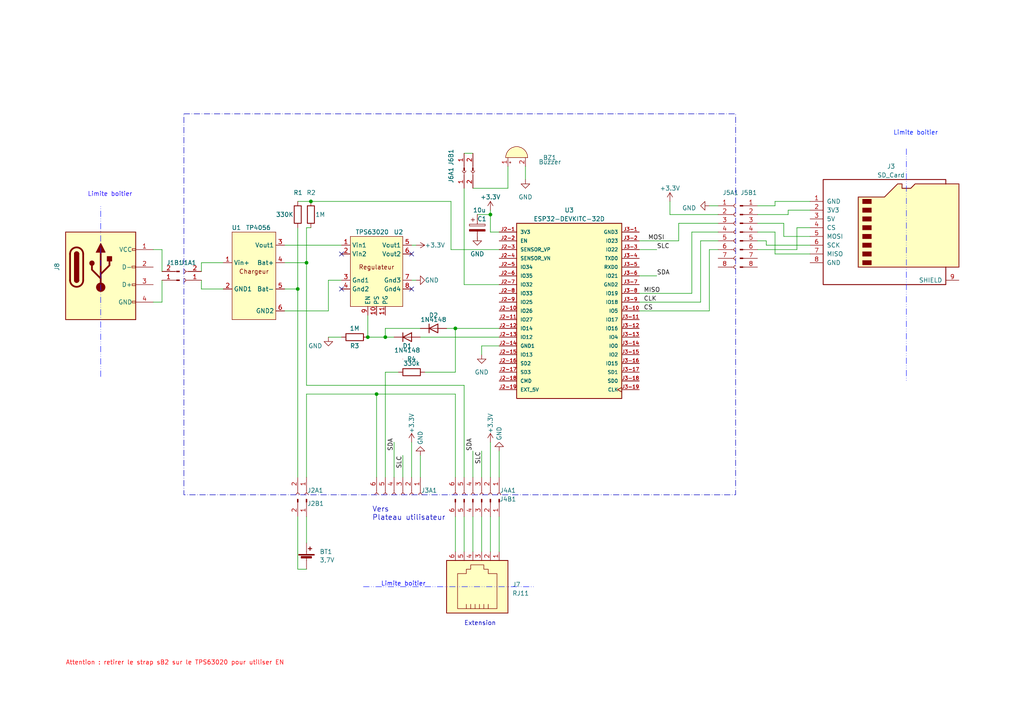
<source format=kicad_sch>
(kicad_sch (version 20230121) (generator eeschema)
  (paper "A4")
  (title_block (title " INTERFACE ADAPTATIVE - Base") (date "2023-03-24") (company "HumanLab"))
  (lib_symbols
    (symbol "Connector:6P6C" (pin_names (offset 1.016))
      (property "Reference" "J" (at -5.08 11.43 0))
      (property "Value" "6P6C" (at 2.54 11.43 0))
      (symbol "6P6C_0_1"
        (polyline (pts (xy -6.35 -1.905) (xy -5.08 -1.905) (xy -5.08 -1.905)))
        (polyline (pts (xy -6.35 -0.635) (xy -5.08 -0.635) (xy -5.08 -0.635)))
        (polyline (pts (xy -6.35 0.635) (xy -5.08 0.635) (xy -5.08 0.635)))
        (polyline (pts (xy -6.35 1.905) (xy -5.08 1.905) (xy -5.08 1.905)))
        (polyline (pts (xy -6.35 3.175) (xy -5.08 3.175) (xy -5.08 3.175)))
        (polyline (pts (xy -5.08 4.445) (xy -6.35 4.445) (xy -6.35 4.445)))
        (polyline (pts (xy -6.35 -4.445) (xy -6.35 6.985) (xy 3.81 6.985) (xy 3.81 4.445) (xy 5.08 4.445) (xy 5.08 3.175) (xy 6.35 3.175) (xy 6.35 -0.635) (xy 5.08 -0.635) (xy 5.08 -1.905) (xy 3.81 -1.905) (xy 3.81 -4.445) (xy -6.35 -4.445) (xy -6.35 -4.445)))
        (rectangle (start 7.62 10.16) (end -7.62 -7.62) (stroke (width 0.254)) (fill (type background)))
      )
      (symbol "6P6C_1_1"
        (pin passive line (at 10.16 -5.08 180) (length 2.54) (name "~") (number "1"))
        (pin passive line (at 10.16 -2.54 180) (length 2.54) (name "~") (number "2"))
        (pin passive line (at 10.16 0 180) (length 2.54) (name "~") (number "3"))
        (pin passive line (at 10.16 2.54 180) (length 2.54) (name "~") (number "4"))
        (pin passive line (at 10.16 5.08 180) (length 2.54) (name "~") (number "5"))
        (pin passive line (at 10.16 7.62 180) (length 2.54) (name "~") (number "6"))
      )
    )
    (symbol "Connector:Conn_01x02_Pin" (pin_names (offset 1.016) hide)
      (property "Reference" "J" (at 0 2.54 0))
      (property "Value" "Conn_01x02_Pin" (at 0 -5.08 0))
      (symbol "Conn_01x02_Pin_1_1"
        (polyline (pts (xy 1.27 -2.54) (xy 0.8636 -2.54)) (stroke (width 0.1524)))
        (polyline (pts (xy 1.27 0) (xy 0.8636 0)) (stroke (width 0.1524)))
        (rectangle (start 0.8636 -2.413) (end 0 -2.667) (stroke (width 0.1524)) (fill (type outline)))
        (rectangle (start 0.8636 0.127) (end 0 -0.127) (stroke (width 0.1524)) (fill (type outline)))
        (pin passive line (at 5.08 0 180) (length 3.81) (name "Pin_1") (number "1"))
        (pin passive line (at 5.08 -2.54 180) (length 3.81) (name "Pin_2") (number "2"))
      )
    )
    (symbol "Connector:Conn_01x02_Socket" (pin_names (offset 1.016) hide)
      (property "Reference" "J" (at 0 2.54 0))
      (property "Value" "Conn_01x02_Socket" (at 0 -5.08 0))
      (symbol "Conn_01x02_Socket_1_1"
        (arc (start 0 -2.032) (mid -0.5058 -2.54) (end 0 -3.048) (stroke (width 0.1524)))
        (polyline (pts (xy -1.27 -2.54) (xy -0.508 -2.54)) (stroke (width 0.1524)))
        (polyline (pts (xy -1.27 0) (xy -0.508 0)) (stroke (width 0.1524)))
        (arc (start 0 0.508) (mid -0.5058 0) (end 0 -0.508) (stroke (width 0.1524)))
        (pin passive line (at -5.08 0 0) (length 3.81) (name "Pin_1") (number "1"))
        (pin passive line (at -5.08 -2.54 0) (length 3.81) (name "Pin_2") (number "2"))
      )
    )
    (symbol "Connector:Conn_01x06_Pin" (pin_names (offset 1.016) hide)
      (property "Reference" "J" (at 0 7.62 0))
      (property "Value" "Conn_01x06_Pin" (at 0 -10.16 0))
      (symbol "Conn_01x06_Pin_1_1"
        (polyline (pts (xy 1.27 -7.62) (xy 0.8636 -7.62)) (stroke (width 0.1524)))
        (polyline (pts (xy 1.27 -5.08) (xy 0.8636 -5.08)) (stroke (width 0.1524)))
        (polyline (pts (xy 1.27 -2.54) (xy 0.8636 -2.54)) (stroke (width 0.1524)))
        (polyline (pts (xy 1.27 0) (xy 0.8636 0)) (stroke (width 0.1524)))
        (polyline (pts (xy 1.27 2.54) (xy 0.8636 2.54)) (stroke (width 0.1524)))
        (polyline (pts (xy 1.27 5.08) (xy 0.8636 5.08)) (stroke (width 0.1524)))
        (rectangle (start 0.8636 -7.493) (end 0 -7.747) (stroke (width 0.1524)) (fill (type outline)))
        (rectangle (start 0.8636 -4.953) (end 0 -5.207) (stroke (width 0.1524)) (fill (type outline)))
        (rectangle (start 0.8636 -2.413) (end 0 -2.667) (stroke (width 0.1524)) (fill (type outline)))
        (rectangle (start 0.8636 0.127) (end 0 -0.127) (stroke (width 0.1524)) (fill (type outline)))
        (rectangle (start 0.8636 2.667) (end 0 2.413) (stroke (width 0.1524)) (fill (type outline)))
        (rectangle (start 0.8636 5.207) (end 0 4.953) (stroke (width 0.1524)) (fill (type outline)))
        (pin passive line (at 5.08 5.08 180) (length 3.81) (name "Pin_1") (number "1"))
        (pin passive line (at 5.08 2.54 180) (length 3.81) (name "Pin_2") (number "2"))
        (pin passive line (at 5.08 0 180) (length 3.81) (name "Pin_3") (number "3"))
        (pin passive line (at 5.08 -2.54 180) (length 3.81) (name "Pin_4") (number "4"))
        (pin passive line (at 5.08 -5.08 180) (length 3.81) (name "Pin_5") (number "5"))
        (pin passive line (at 5.08 -7.62 180) (length 3.81) (name "Pin_6") (number "6"))
      )
    )
    (symbol "Connector:Conn_01x06_Socket" (pin_names (offset 1.016) hide)
      (property "Reference" "J" (at 0 7.62 0))
      (property "Value" "Conn_01x06_Socket" (at 0 -10.16 0))
      (symbol "Conn_01x06_Socket_1_1"
        (arc (start 0 -7.112) (mid -0.5058 -7.62) (end 0 -8.128) (stroke (width 0.1524)))
        (arc (start 0 -4.572) (mid -0.5058 -5.08) (end 0 -5.588) (stroke (width 0.1524)))
        (arc (start 0 -2.032) (mid -0.5058 -2.54) (end 0 -3.048) (stroke (width 0.1524)))
        (polyline (pts (xy -1.27 -7.62) (xy -0.508 -7.62)) (stroke (width 0.1524)))
        (polyline (pts (xy -1.27 -5.08) (xy -0.508 -5.08)) (stroke (width 0.1524)))
        (polyline (pts (xy -1.27 -2.54) (xy -0.508 -2.54)) (stroke (width 0.1524)))
        (polyline (pts (xy -1.27 0) (xy -0.508 0)) (stroke (width 0.1524)))
        (polyline (pts (xy -1.27 2.54) (xy -0.508 2.54)) (stroke (width 0.1524)))
        (polyline (pts (xy -1.27 5.08) (xy -0.508 5.08)) (stroke (width 0.1524)))
        (arc (start 0 0.508) (mid -0.5058 0) (end 0 -0.508) (stroke (width 0.1524)))
        (arc (start 0 3.048) (mid -0.5058 2.54) (end 0 2.032) (stroke (width 0.1524)))
        (arc (start 0 5.588) (mid -0.5058 5.08) (end 0 4.572) (stroke (width 0.1524)))
        (pin passive line (at -5.08 5.08 0) (length 3.81) (name "Pin_1") (number "1"))
        (pin passive line (at -5.08 2.54 0) (length 3.81) (name "Pin_2") (number "2"))
        (pin passive line (at -5.08 0 0) (length 3.81) (name "Pin_3") (number "3"))
        (pin passive line (at -5.08 -2.54 0) (length 3.81) (name "Pin_4") (number "4"))
        (pin passive line (at -5.08 -5.08 0) (length 3.81) (name "Pin_5") (number "5"))
        (pin passive line (at -5.08 -7.62 0) (length 3.81) (name "Pin_6") (number "6"))
      )
    )
    (symbol "Connector:Conn_01x08_Pin" (pin_names (offset 1.016) hide)
      (property "Reference" "J" (at 0 10.16 0))
      (property "Value" "Conn_01x08_Pin" (at 0 -12.7 0))
      (symbol "Conn_01x08_Pin_1_1"
        (polyline (pts (xy 1.27 -10.16) (xy 0.8636 -10.16)) (stroke (width 0.1524)))
        (polyline (pts (xy 1.27 -7.62) (xy 0.8636 -7.62)) (stroke (width 0.1524)))
        (polyline (pts (xy 1.27 -5.08) (xy 0.8636 -5.08)) (stroke (width 0.1524)))
        (polyline (pts (xy 1.27 -2.54) (xy 0.8636 -2.54)) (stroke (width 0.1524)))
        (polyline (pts (xy 1.27 0) (xy 0.8636 0)) (stroke (width 0.1524)))
        (polyline (pts (xy 1.27 2.54) (xy 0.8636 2.54)) (stroke (width 0.1524)))
        (polyline (pts (xy 1.27 5.08) (xy 0.8636 5.08)) (stroke (width 0.1524)))
        (polyline (pts (xy 1.27 7.62) (xy 0.8636 7.62)) (stroke (width 0.1524)))
        (rectangle (start 0.8636 -10.033) (end 0 -10.287) (stroke (width 0.1524)) (fill (type outline)))
        (rectangle (start 0.8636 -7.493) (end 0 -7.747) (stroke (width 0.1524)) (fill (type outline)))
        (rectangle (start 0.8636 -4.953) (end 0 -5.207) (stroke (width 0.1524)) (fill (type outline)))
        (rectangle (start 0.8636 -2.413) (end 0 -2.667) (stroke (width 0.1524)) (fill (type outline)))
        (rectangle (start 0.8636 0.127) (end 0 -0.127) (stroke (width 0.1524)) (fill (type outline)))
        (rectangle (start 0.8636 2.667) (end 0 2.413) (stroke (width 0.1524)) (fill (type outline)))
        (rectangle (start 0.8636 5.207) (end 0 4.953) (stroke (width 0.1524)) (fill (type outline)))
        (rectangle (start 0.8636 7.747) (end 0 7.493) (stroke (width 0.1524)) (fill (type outline)))
        (pin passive line (at 5.08 7.62 180) (length 3.81) (name "Pin_1") (number "1"))
        (pin passive line (at 5.08 5.08 180) (length 3.81) (name "Pin_2") (number "2"))
        (pin passive line (at 5.08 2.54 180) (length 3.81) (name "Pin_3") (number "3"))
        (pin passive line (at 5.08 0 180) (length 3.81) (name "Pin_4") (number "4"))
        (pin passive line (at 5.08 -2.54 180) (length 3.81) (name "Pin_5") (number "5"))
        (pin passive line (at 5.08 -5.08 180) (length 3.81) (name "Pin_6") (number "6"))
        (pin passive line (at 5.08 -7.62 180) (length 3.81) (name "Pin_7") (number "7"))
        (pin passive line (at 5.08 -10.16 180) (length 3.81) (name "Pin_8") (number "8"))
      )
    )
    (symbol "Connector:Conn_01x08_Socket" (pin_names (offset 1.016) hide)
      (property "Reference" "J" (at 0 10.16 0))
      (property "Value" "Conn_01x08_Socket" (at 0 -12.7 0))
      (symbol "Conn_01x08_Socket_1_1"
        (arc (start 0 -9.652) (mid -0.5058 -10.16) (end 0 -10.668) (stroke (width 0.1524)))
        (arc (start 0 -7.112) (mid -0.5058 -7.62) (end 0 -8.128) (stroke (width 0.1524)))
        (arc (start 0 -4.572) (mid -0.5058 -5.08) (end 0 -5.588) (stroke (width 0.1524)))
        (arc (start 0 -2.032) (mid -0.5058 -2.54) (end 0 -3.048) (stroke (width 0.1524)))
        (polyline (pts (xy -1.27 -10.16) (xy -0.508 -10.16)) (stroke (width 0.1524)))
        (polyline (pts (xy -1.27 -7.62) (xy -0.508 -7.62)) (stroke (width 0.1524)))
        (polyline (pts (xy -1.27 -5.08) (xy -0.508 -5.08)) (stroke (width 0.1524)))
        (polyline (pts (xy -1.27 -2.54) (xy -0.508 -2.54)) (stroke (width 0.1524)))
        (polyline (pts (xy -1.27 0) (xy -0.508 0)) (stroke (width 0.1524)))
        (polyline (pts (xy -1.27 2.54) (xy -0.508 2.54)) (stroke (width 0.1524)))
        (polyline (pts (xy -1.27 5.08) (xy -0.508 5.08)) (stroke (width 0.1524)))
        (polyline (pts (xy -1.27 7.62) (xy -0.508 7.62)) (stroke (width 0.1524)))
        (arc (start 0 0.508) (mid -0.5058 0) (end 0 -0.508) (stroke (width 0.1524)))
        (arc (start 0 3.048) (mid -0.5058 2.54) (end 0 2.032) (stroke (width 0.1524)))
        (arc (start 0 5.588) (mid -0.5058 5.08) (end 0 4.572) (stroke (width 0.1524)))
        (arc (start 0 8.128) (mid -0.5058 7.62) (end 0 7.112) (stroke (width 0.1524)))
        (pin passive line (at -5.08 7.62 0) (length 3.81) (name "Pin_1") (number "1"))
        (pin passive line (at -5.08 5.08 0) (length 3.81) (name "Pin_2") (number "2"))
        (pin passive line (at -5.08 2.54 0) (length 3.81) (name "Pin_3") (number "3"))
        (pin passive line (at -5.08 0 0) (length 3.81) (name "Pin_4") (number "4"))
        (pin passive line (at -5.08 -2.54 0) (length 3.81) (name "Pin_5") (number "5"))
        (pin passive line (at -5.08 -5.08 0) (length 3.81) (name "Pin_6") (number "6"))
        (pin passive line (at -5.08 -7.62 0) (length 3.81) (name "Pin_7") (number "7"))
        (pin passive line (at -5.08 -10.16 0) (length 3.81) (name "Pin_8") (number "8"))
      )
    )
    (symbol "Connector:Micro_SD_Card" (pin_names (offset 1.016))
      (property "Reference" "J1" (at 0.635 17.78 0))
      (property "Value" "Micro_SD_Card" (at 0.635 15.24 0))
      (symbol "Micro_SD_Card_0_1"
        (rectangle (start -7.62 -9.525) (end -5.08 -10.795) (fill (type outline)))
        (rectangle (start -7.62 -6.985) (end -5.08 -8.255) (fill (type outline)))
        (rectangle (start -7.62 -4.445) (end -5.08 -5.715) (fill (type outline)))
        (rectangle (start -7.62 -1.905) (end -5.08 -3.175) (fill (type outline)))
        (rectangle (start -7.62 0.635) (end -5.08 -0.635) (fill (type outline)))
        (rectangle (start -7.62 3.175) (end -5.08 1.905) (fill (type outline)))
        (rectangle (start -7.62 5.715) (end -5.08 4.445) (fill (type outline)))
        (rectangle (start -7.62 8.255) (end -5.08 6.985) (fill (type outline)))
        (polyline (pts (xy 16.51 12.7) (xy 16.51 13.97) (xy -19.05 13.97) (xy -19.05 -16.51) (xy 16.51 -16.51) (xy 16.51 -11.43)) (stroke (width 0.254)))
        (polyline (pts (xy -8.89 -11.43) (xy -8.89 8.89) (xy -1.27 8.89) (xy 2.54 12.7) (xy 3.81 12.7) (xy 3.81 11.43) (xy 6.35 11.43) (xy 7.62 12.7) (xy 20.32 12.7) (xy 20.32 -11.43) (xy -8.89 -11.43)) (stroke (width 0.254)) (fill (type background)))
      )
      (symbol "Micro_SD_Card_1_1"
        (pin power_in line (at -22.86 7.62 0) (length 3.81) (name "GND") (number "1"))
        (pin power_in line (at -22.86 5.08 0) (length 3.81) (name "3V3") (number "2"))
        (pin power_in line (at -22.86 2.54 0) (length 3.81) (name "5V") (number "3"))
        (pin input line (at -22.86 0 0) (length 3.81) (name "CS") (number "4"))
        (pin bidirectional line (at -22.86 -2.54 0) (length 3.81) (name "MOSI") (number "5"))
        (pin input line (at -22.86 -5.08 0) (length 3.81) (name "SCK") (number "6"))
        (pin bidirectional line (at -22.86 -7.62 0) (length 3.81) (name "MISO") (number "7"))
        (pin power_in line (at -22.86 -10.16 0) (length 3.81) (name "GND") (number "8"))
        (pin passive line (at 20.32 -15.24 180) (length 3.81) (name "SHIELD") (number "9"))
      )
    )
    (symbol "Connector:USB_C_Receptacle_PowerOnly_6P" (pin_names (offset 1.016)) (on_board no)
      (property "Reference" "J3" (at 0 16.51 0))
      (property "Value" "USB_C_Receptacle_PowerOnly_4P" (at 0 13.97 0))
      (symbol "USB_C_Receptacle_PowerOnly_6P_0_0"
        (rectangle (start 9.0624 2.821) (end 10.0784 2.313))
        (rectangle (start 9.1259 -2.327) (end 10.1419 -2.835))
        (rectangle (start 9.1324 -7.3391) (end 10.1484 -7.8471))
        (rectangle (start 10.16 7.874) (end 9.144 7.366))
      )
      (symbol "USB_C_Receptacle_PowerOnly_6P_0_1"
        (rectangle (start -10.16 12.7) (end 10.16 -12.7) (stroke (width 0.254)) (fill (type background)))
        (arc (start -8.89 -1.27) (mid -6.985 -3.1667) (end -5.08 -1.27) (stroke (width 0.508)))
        (arc (start -7.62 -1.27) (mid -6.985 -1.9023) (end -6.35 -1.27) (stroke (width 0.254)))
        (arc (start -7.62 -1.27) (mid -6.985 -1.9023) (end -6.35 -1.27) (stroke (width 0.254)) (fill (type outline)))
        (rectangle (start -7.62 -1.27) (end -6.35 6.35) (stroke (width 0.254)) (fill (type outline)))
        (arc (start -6.35 6.35) (mid -6.985 6.9823) (end -7.62 6.35) (stroke (width 0.254)))
        (arc (start -6.35 6.35) (mid -6.985 6.9823) (end -7.62 6.35) (stroke (width 0.254)) (fill (type outline)))
        (arc (start -5.08 6.35) (mid -6.985 8.2467) (end -8.89 6.35) (stroke (width 0.508)))
        (circle (center -2.54 3.683) (radius 0.635) (stroke (width 0.254)) (fill (type outline)))
        (circle (center 0 -3.302) (radius 1.27) (fill (type outline)))
        (polyline (pts (xy -8.89 -1.27) (xy -8.89 6.35)) (stroke (width 0.508)))
        (polyline (pts (xy -5.08 6.35) (xy -5.08 -1.27)) (stroke (width 0.508)))
        (polyline (pts (xy 0 -3.302) (xy 0 6.858)) (stroke (width 0.508)))
        (polyline (pts (xy 0 -0.762) (xy -2.54 1.778) (xy -2.54 3.048)) (stroke (width 0.508)))
        (polyline (pts (xy 0 0.508) (xy 2.54 3.048) (xy 2.54 4.318)) (stroke (width 0.508)))
        (polyline (pts (xy -1.27 6.858) (xy 0 9.398) (xy 1.27 6.858) (xy -1.27 6.858)) (stroke (width 0.254)) (fill (type outline)))
        (rectangle (start 1.905 4.318) (end 3.175 5.588) (stroke (width 0.254)) (fill (type outline)))
      )
      (symbol "USB_C_Receptacle_PowerOnly_6P_1_1"
        (pin power_out line (at 15.24 7.62 180) (length 5.08) (name "VCC") (number "1"))
        (pin bidirectional line (at 15.24 2.54 180) (length 5.08) (name "D-") (number "2"))
        (pin bidirectional line (at 15.24 -2.54 180) (length 5.08) (name "D+") (number "3"))
        (pin bidirectional line (at 15.24 -7.62 180) (length 5.08) (name "GND") (number "4"))
      )
    )
    (symbol "Device:Battery_Cell" (pin_numbers hide) (pin_names (offset 0) hide)
      (property "Reference" "BT" (at 2.54 2.54 0))
      (property "Value" "Battery_Cell" (at 2.54 0 0))
      (symbol "Battery_Cell_0_1"
        (rectangle (start -2.286 1.778) (end 2.286 1.524) (fill (type outline)))
        (rectangle (start -1.5748 1.1938) (end 1.4732 0.6858) (fill (type outline)))
        (polyline (pts (xy 0 0.762) (xy 0 0)))
        (polyline (pts (xy 0 1.778) (xy 0 2.54)))
        (polyline (pts (xy 0.508 3.429) (xy 1.524 3.429)) (stroke (width 0.254)))
        (polyline (pts (xy 1.016 3.937) (xy 1.016 2.921)) (stroke (width 0.254)))
      )
      (symbol "Battery_Cell_1_1"
        (pin passive line (at 0 5.08 270) (length 2.54) (name "+") (number "1"))
        (pin passive line (at 0 -2.54 90) (length 2.54) (name "-") (number "2"))
      )
    )
    (symbol "Device:Buzzer" (pin_names (offset 0.0254) hide)
      (property "Reference" "BZ1" (at -8.89 1.27 90))
      (property "Value" "Buzzer" (at -10.16 0 90))
      (symbol "Buzzer_0_1"
        (arc (start 0 -3.175) (mid 3.1612 0) (end 0 3.175) (fill (type background)))
        (polyline (pts (xy -1.651 1.905) (xy -1.143 1.905)))
        (polyline (pts (xy -1.397 2.159) (xy -1.397 1.651)))
        (polyline (pts (xy 0 3.175) (xy 0 -3.175)))
      )
      (symbol "Buzzer_1_1"
        (pin passive line (at -2.54 2.54 0) (length 2.54) (name "-") (number "1"))
        (pin passive line (at -2.54 -2.54 0) (length 2.54) (name "+") (number "2"))
      )
    )
    (symbol "Device:C_Polarized" (pin_numbers hide) (pin_names (offset 0.254))
      (property "Reference" "C" (at 0.635 2.54 0))
      (property "Value" "C_Polarized" (at 0.635 -2.54 0))
      (symbol "C_Polarized_0_1"
        (rectangle (start -2.286 0.508) (end 2.286 1.016))
        (polyline (pts (xy -1.778 2.286) (xy -0.762 2.286)))
        (polyline (pts (xy -1.27 2.794) (xy -1.27 1.778)))
        (rectangle (start 2.286 -0.508) (end -2.286 -1.016) (fill (type outline)))
      )
      (symbol "C_Polarized_1_1"
        (pin passive line (at 0 3.81 270) (length 2.794) (name "~") (number "1"))
        (pin passive line (at 0 -3.81 90) (length 2.794) (name "~") (number "2"))
      )
    )
    (symbol "Device:R" (pin_numbers hide) (pin_names (offset 0))
      (property "Reference" "R" (at 2.032 0 90))
      (property "Value" "R" (at 0 0 90))
      (symbol "R_0_1"
        (rectangle (start -1.016 -2.54) (end 1.016 2.54) (stroke (width 0.254)))
      )
      (symbol "R_1_1"
        (pin passive line (at 0 3.81 270) (length 1.27) (name "~") (number "1"))
        (pin passive line (at 0 -3.81 90) (length 1.27) (name "~") (number "2"))
      )
    )
    (symbol "Diode:1N4148" (pin_numbers hide) (pin_names hide)
      (property "Reference" "D" (at 0 2.54 0))
      (property "Value" "1N4148" (at 0 -2.54 0))
      (symbol "1N4148_0_1"
        (polyline (pts (xy -1.27 1.27) (xy -1.27 -1.27)) (stroke (width 0.254)))
        (polyline (pts (xy 1.27 0) (xy -1.27 0)))
        (polyline (pts (xy 1.27 1.27) (xy 1.27 -1.27) (xy -1.27 0) (xy 1.27 1.27)) (stroke (width 0.254)))
      )
      (symbol "1N4148_1_1"
        (pin passive line (at -3.81 0 0) (length 2.54) (name "K") (number "1"))
        (pin passive line (at 3.81 0 180) (length 2.54) (name "A") (number "2"))
      )
    )
    (symbol "MaLibrairie:ESP32-DEVKITC-32D" (pin_names (offset 1.016))
      (property "Reference" "U" (at -15.2572 26.0643 0))
      (property "Value" "ESP32-DEVKITC-32D" (at -15.2563 -27.9698 0))
      (symbol "ESP32-DEVKITC-32D_0_0"
        (rectangle (start -15.24 25.4) (end 15.24 -25.4) (stroke (width 0.254)) (fill (type background)))
        (pin power_in line (at -20.32 22.86 0) (length 5.08) (name "3V3") (number "J2-1"))
        (pin bidirectional line (at -20.32 0 0) (length 5.08) (name "IO26") (number "J2-10"))
        (pin bidirectional line (at -20.32 -2.54 0) (length 5.08) (name "IO27") (number "J2-11"))
        (pin bidirectional line (at -20.32 -5.08 0) (length 5.08) (name "IO14") (number "J2-12"))
        (pin bidirectional line (at -20.32 -7.62 0) (length 5.08) (name "IO12") (number "J2-13"))
        (pin power_in line (at -20.32 -10.16 0) (length 5.08) (name "GND1") (number "J2-14"))
        (pin bidirectional line (at -20.32 -12.7 0) (length 5.08) (name "IO13") (number "J2-15"))
        (pin bidirectional line (at -20.32 -15.24 0) (length 5.08) (name "SD2") (number "J2-16"))
        (pin bidirectional line (at -20.32 -17.78 0) (length 5.08) (name "SD3") (number "J2-17"))
        (pin bidirectional line (at -20.32 -20.32 0) (length 5.08) (name "CMD") (number "J2-18"))
        (pin power_in line (at -20.32 -22.86 0) (length 5.08) (name "EXT_5V") (number "J2-19"))
        (pin input line (at -20.32 20.32 0) (length 5.08) (name "EN") (number "J2-2"))
        (pin input line (at -20.32 17.78 0) (length 5.08) (name "SENSOR_VP") (number "J2-3"))
        (pin input line (at -20.32 15.24 0) (length 5.08) (name "SENSOR_VN") (number "J2-4"))
        (pin bidirectional line (at -20.32 12.7 0) (length 5.08) (name "IO34") (number "J2-5"))
        (pin bidirectional line (at -20.32 10.16 0) (length 5.08) (name "IO35") (number "J2-6"))
        (pin bidirectional line (at -20.32 7.62 0) (length 5.08) (name "IO32") (number "J2-7"))
        (pin bidirectional line (at -20.32 5.08 0) (length 5.08) (name "IO33") (number "J2-8"))
        (pin bidirectional line (at -20.32 2.54 0) (length 5.08) (name "IO25") (number "J2-9"))
        (pin power_in line (at 20.32 22.86 180) (length 5.08) (name "GND3") (number "J3-1"))
        (pin bidirectional line (at 20.32 0 180) (length 5.08) (name "IO5") (number "J3-10"))
        (pin bidirectional line (at 20.32 -2.54 180) (length 5.08) (name "IO17") (number "J3-11"))
        (pin bidirectional line (at 20.32 -5.08 180) (length 5.08) (name "IO16") (number "J3-12"))
        (pin bidirectional line (at 20.32 -7.62 180) (length 5.08) (name "IO4") (number "J3-13"))
        (pin bidirectional line (at 20.32 -10.16 180) (length 5.08) (name "IO0") (number "J3-14"))
        (pin bidirectional line (at 20.32 -12.7 180) (length 5.08) (name "IO2") (number "J3-15"))
        (pin bidirectional line (at 20.32 -15.24 180) (length 5.08) (name "IO15") (number "J3-16"))
        (pin bidirectional line (at 20.32 -17.78 180) (length 5.08) (name "SD1") (number "J3-17"))
        (pin bidirectional line (at 20.32 -20.32 180) (length 5.08) (name "SD0") (number "J3-18"))
        (pin input clock (at 20.32 -22.86 180) (length 5.08) (name "CLK") (number "J3-19"))
        (pin bidirectional line (at 20.32 20.32 180) (length 5.08) (name "IO23") (number "J3-2"))
        (pin bidirectional line (at 20.32 17.78 180) (length 5.08) (name "IO22") (number "J3-3"))
        (pin output line (at 20.32 15.24 180) (length 5.08) (name "TXD0") (number "J3-4"))
        (pin input line (at 20.32 12.7 180) (length 5.08) (name "RXD0") (number "J3-5"))
        (pin bidirectional line (at 20.32 10.16 180) (length 5.08) (name "IO21") (number "J3-6"))
        (pin power_in line (at 20.32 7.62 180) (length 5.08) (name "GND2") (number "J3-7"))
        (pin bidirectional line (at 20.32 5.08 180) (length 5.08) (name "IO19") (number "J3-8"))
        (pin bidirectional line (at 20.32 2.54 180) (length 5.08) (name "IO18") (number "J3-9"))
      )
    )
    (symbol "MaLibrairie:TPS63020DL"
      (property "Reference" "U6" (at -3.81 11.43 90))
      (property "Value" "TPS63020" (at -2.54 3.81 90))
      (symbol "TPS63020DL_0_1"
        (polyline (pts (xy -2.54 12.7) (xy 17.78 12.7) (xy 17.78 -2.54) (xy -2.54 -2.54) (xy -2.54 12.7)) (fill (type background)))
        (rectangle (start 33.02 12.7) (end 33.02 12.7))
        (text "Regulateur" (at 6.35 5.08 900) (effects (font (size 1.27 1.27))))
      )
      (symbol "TPS63020DL_1_1"
        (pin power_in line (at 0 -5.08 90) (length 2.54) (name "Vin1") (number "1"))
        (pin input line (at 20.32 5.08 180) (length 2.54) (name "PS") (number "10"))
        (pin output line (at 20.32 7.62 180) (length 2.54) (name "PG") (number "11"))
        (pin power_in line (at 2.54 -5.08 90) (length 2.54) (name "Vin2") (number "2"))
        (pin power_in line (at 10.16 -5.08 90) (length 2.54) (name "Gnd1") (number "3"))
        (pin power_in line (at 12.7 -5.08 90) (length 2.54) (name "Gnd2") (number "4"))
        (pin power_out line (at 0 15.24 270) (length 2.54) (name "Vout1") (number "5"))
        (pin power_out line (at 2.54 15.24 270) (length 2.54) (name "Vout2") (number "6"))
        (pin power_out line (at 10.16 15.24 270) (length 2.54) (name "Gnd3") (number "7"))
        (pin power_out line (at 12.7 15.24 270) (length 2.54) (name "Gnd4") (number "8"))
        (pin input line (at 20.32 2.54 180) (length 2.54) (name "EN") (number "9"))
      )
    )
    (symbol "MaLibrairie:tp4056DL_1"
      (property "Reference" "U5" (at 6.35 12.7 0))
      (property "Value" "TP4056" (at 6.35 10.16 0))
      (symbol "tp4056DL_1_1_1"
        (rectangle (start 0 8.89) (end 12.7 -16.51) (fill (type background)))
        (text "Chargeur" (at 6.35 -2.54 0) (effects (font (size 1.27 1.27))))
        (pin power_in line (at -2.54 0 0) (length 2.54) (name "Vin+") (number "1"))
        (pin power_in line (at -2.54 -7.62 0) (length 2.54) (name "GND1") (number "2"))
        (pin power_out line (at 15.24 5.08 180) (length 2.54) (name "Vout1") (number "3"))
        (pin power_out line (at 15.24 0 180) (length 2.54) (name "Bat+") (number "4"))
        (pin power_out line (at 15.24 -7.62 180) (length 2.54) (name "Bat-") (number "5"))
        (pin power_out line (at 15.24 -13.97 180) (length 2.54) (name "GND2") (number "6"))
      )
    )
    (symbol "power:+3.3V" (power) (pin_names (offset 0))
      (property "Value" "+3.3V" (at 0 3.556 0))
      (symbol "+3.3V_0_1"
        (polyline (pts (xy -0.762 1.27) (xy 0 2.54)))
        (polyline (pts (xy 0 0) (xy 0 2.54)))
        (polyline (pts (xy 0 2.54) (xy 0.762 1.27)))
      )
      (symbol "+3.3V_1_1"
        (pin power_in line (at 0 0 90) (length 0) hide (name "+3.3V") (number "1"))
      )
    )
    (symbol "power:GND" (power) (pin_names (offset 0))
      (property "Value" "GND" (at 0 -3.81 0))
      (symbol "GND_0_1"
        (polyline (pts (xy 0 0) (xy 0 -1.27) (xy 1.27 -1.27) (xy 0 -2.54) (xy -1.27 -1.27) (xy 0 -1.27)))
      )
      (symbol "GND_1_1"
        (pin power_in line (at 0 0 270) (length 0) hide (name "GND") (number "1"))
      )
    )
  )
  (junction (at 90.17 58.42))
  (junction (at 142.24 62.23))
  (junction (at 106.68 97.79))
  (junction (at 88.9 76.2))
  (junction (at 111.76 97.79))
  (junction (at 132.08 95.25))
  (junction (at 86.36 83.82))
  (junction (at 109.22 114.3))
  (no_connect (at 99.06 73.66))
  (no_connect (at 119.38 83.82))
  (no_connect (at 99.06 83.82))
  (no_connect (at 119.38 73.66))
  (wire (pts (xy 58.42 83.82) (xy 64.77 83.82)))
  (wire (pts (xy 88.9 149.86) (xy 88.9 157.48)))
  (wire (pts (xy 144.78 149.86) (xy 144.78 160.02)))
  (wire (pts (xy 134.62 54.61) (xy 134.62 82.55)))
  (wire (pts (xy 200.66 85.09) (xy 200.66 67.31)))
  (wire (pts (xy 228.6 62.23) (xy 228.6 60.96)))
  (wire (pts (xy 142.24 60.96) (xy 142.24 62.23)))
  (wire (pts (xy 134.62 111.76) (xy 134.62 138.43)))
  (wire (pts (xy 203.2 87.63) (xy 203.2 69.85)))
  (wire (pts (xy 88.9 76.2) (xy 88.9 111.76)))
  (wire (pts (xy 95.25 81.28) (xy 99.06 81.28)))
  (wire (pts (xy 200.66 67.31) (xy 208.28 67.31)))
  (wire (pts (xy 222.25 71.12) (xy 222.25 69.85)))
  (wire (pts (xy 196.85 64.77) (xy 208.28 64.77)))
  (wire (pts (xy 119.38 71.12) (xy 120.65 71.12)))
  (wire (pts (xy 142.24 62.23) (xy 142.24 67.31)))
  (wire (pts (xy 46.99 87.63) (xy 44.45 87.63)))
  (wire (pts (xy 134.62 44.45) (xy 137.16 44.45)))
  (wire (pts (xy 106.68 97.79) (xy 111.76 97.79)))
  (wire (pts (xy 111.76 97.79) (xy 114.3 97.79)))
  (wire (pts (xy 219.71 67.31) (xy 224.79 67.31)))
  (wire (pts (xy 111.76 95.25) (xy 121.92 95.25)))
  (wire (pts (xy 111.76 107.95) (xy 111.76 138.43)))
  (wire (pts (xy 95.25 97.79) (xy 99.06 97.79)))
  (wire (pts (xy 142.24 128.27) (xy 142.24 138.43)))
  (wire (pts (xy 205.74 59.69) (xy 208.28 59.69)))
  (wire (pts (xy 142.24 67.31) (xy 144.78 67.31)))
  (wire (pts (xy 119.38 81.28) (xy 120.65 81.28)))
  (wire (pts (xy 88.9 111.76) (xy 134.62 111.76)))
  (wire (pts (xy 231.14 72.39) (xy 231.14 66.04)))
  (polyline (pts (xy 105.41 170.18) (xy 154.94 170.18)) (stroke (width 0) (type dash_dot_dot) (color 32 39 255 1)))
  (wire (pts (xy 82.55 71.12) (xy 99.06 71.12)))
  (wire (pts (xy 139.7 100.33) (xy 144.78 100.33)))
  (wire (pts (xy 90.17 66.04) (xy 88.9 66.04)))
  (wire (pts (xy 203.2 69.85) (xy 208.28 69.85)))
  (wire (pts (xy 134.62 82.55) (xy 144.78 82.55)))
  (wire (pts (xy 46.99 72.39) (xy 46.99 78.74)))
  (wire (pts (xy 234.95 71.12) (xy 222.25 71.12)))
  (wire (pts (xy 144.78 72.39) (xy 130.81 72.39)))
  (wire (pts (xy 106.68 91.44) (xy 106.68 97.79)))
  (wire (pts (xy 88.9 66.04) (xy 88.9 76.2)))
  (wire (pts (xy 86.36 83.82) (xy 86.36 138.43)))
  (wire (pts (xy 121.92 132.08) (xy 121.92 138.43)))
  (wire (pts (xy 185.42 90.17) (xy 205.74 90.17)))
  (wire (pts (xy 219.71 69.85) (xy 222.25 69.85)))
  (wire (pts (xy 129.54 95.25) (xy 132.08 95.25)))
  (wire (pts (xy 82.55 76.2) (xy 88.9 76.2)))
  (wire (pts (xy 123.19 107.95) (xy 132.08 107.95)))
  (wire (pts (xy 116.84 132.08) (xy 116.84 138.43)))
  (wire (pts (xy 134.62 149.86) (xy 134.62 160.02)))
  (wire (pts (xy 185.42 87.63) (xy 203.2 87.63)))
  (wire (pts (xy 82.55 83.82) (xy 86.36 83.82)))
  (wire (pts (xy 114.3 128.27) (xy 114.3 138.43)))
  (wire (pts (xy 82.55 90.17) (xy 95.25 90.17)))
  (wire (pts (xy 219.71 62.23) (xy 228.6 62.23)))
  (wire (pts (xy 137.16 54.61) (xy 147.32 54.61)))
  (wire (pts (xy 142.24 149.86) (xy 142.24 160.02)))
  (wire (pts (xy 115.57 107.95) (xy 111.76 107.95)))
  (wire (pts (xy 109.22 114.3) (xy 88.9 114.3)))
  (wire (pts (xy 44.45 72.39) (xy 46.99 72.39)))
  (wire (pts (xy 185.42 69.85) (xy 196.85 69.85)))
  (wire (pts (xy 86.36 83.82) (xy 86.36 66.04)))
  (wire (pts (xy 194.31 58.42) (xy 194.31 62.23)))
  (wire (pts (xy 231.14 66.04) (xy 234.95 66.04)))
  (wire (pts (xy 138.43 68.58) (xy 138.43 69.85)))
  (polyline (pts (xy 262.89 43.18) (xy 262.89 110.49)) (stroke (width 0) (type dash_dot_dot) (color 32 39 255 1)))
  (wire (pts (xy 139.7 130.81) (xy 139.7 138.43)))
  (wire (pts (xy 144.78 130.81) (xy 144.78 138.43)))
  (wire (pts (xy 196.85 69.85) (xy 196.85 64.77)))
  (wire (pts (xy 224.79 59.69) (xy 224.79 58.42)))
  (wire (pts (xy 90.17 58.42) (xy 130.81 58.42)))
  (wire (pts (xy 147.32 54.61) (xy 147.32 48.26)))
  (wire (pts (xy 227.33 68.58) (xy 234.95 68.58)))
  (wire (pts (xy 95.25 90.17) (xy 95.25 81.28)))
  (wire (pts (xy 88.9 114.3) (xy 88.9 138.43)))
  (wire (pts (xy 185.42 72.39) (xy 190.5 72.39)))
  (wire (pts (xy 111.76 95.25) (xy 111.76 97.79)))
  (wire (pts (xy 132.08 95.25) (xy 144.78 95.25)))
  (wire (pts (xy 228.6 60.96) (xy 234.95 60.96)))
  (wire (pts (xy 139.7 102.87) (xy 139.7 100.33)))
  (wire (pts (xy 205.74 72.39) (xy 208.28 72.39)))
  (wire (pts (xy 137.16 130.81) (xy 137.16 138.43)))
  (wire (pts (xy 86.36 165.1) (xy 86.36 149.86)))
  (wire (pts (xy 227.33 64.77) (xy 227.33 68.58)))
  (wire (pts (xy 139.7 149.86) (xy 139.7 160.02)))
  (wire (pts (xy 88.9 165.1) (xy 86.36 165.1)))
  (polyline (pts (xy 29.21 109.22) (xy 29.21 59.69)) (stroke (width 0) (type dash_dot_dot) (color 32 39 255 1)))
  (wire (pts (xy 109.22 114.3) (xy 132.08 114.3)))
  (wire (pts (xy 185.42 85.09) (xy 200.66 85.09)))
  (wire (pts (xy 219.71 59.69) (xy 224.79 59.69)))
  (wire (pts (xy 58.42 78.74) (xy 58.42 76.2)))
  (wire (pts (xy 219.71 64.77) (xy 227.33 64.77)))
  (wire (pts (xy 119.38 128.27) (xy 119.38 138.43)))
  (wire (pts (xy 132.08 107.95) (xy 132.08 95.25)))
  (wire (pts (xy 205.74 72.39) (xy 205.74 90.17)))
  (wire (pts (xy 132.08 149.86) (xy 132.08 160.02)))
  (wire (pts (xy 224.79 58.42) (xy 234.95 58.42)))
  (wire (pts (xy 224.79 73.66) (xy 234.95 73.66)))
  (wire (pts (xy 121.92 97.79) (xy 144.78 97.79)))
  (wire (pts (xy 185.42 80.01) (xy 190.5 80.01)))
  (wire (pts (xy 137.16 149.86) (xy 137.16 160.02)))
  (wire (pts (xy 58.42 76.2) (xy 64.77 76.2)))
  (wire (pts (xy 219.71 72.39) (xy 231.14 72.39)))
  (wire (pts (xy 138.43 62.23) (xy 142.24 62.23)))
  (wire (pts (xy 58.42 81.28) (xy 58.42 83.82)))
  (wire (pts (xy 152.4 48.26) (xy 152.4 52.07)))
  (wire (pts (xy 208.28 62.23) (xy 194.31 62.23)))
  (wire (pts (xy 46.99 81.28) (xy 46.99 87.63)))
  (wire (pts (xy 130.81 72.39) (xy 130.81 58.42)))
  (wire (pts (xy 109.22 138.43) (xy 109.22 114.3)))
  (wire (pts (xy 86.36 58.42) (xy 90.17 58.42)))
  (wire (pts (xy 224.79 73.66) (xy 224.79 67.31)))
  (wire (pts (xy 132.08 114.3) (xy 132.08 138.43)))
  (rectangle (start 53.34 33.02) (end 213.36 143.51) (stroke (width 0) (type dash_dot)))
  (text "Limite boitier" (at 25.4 57.15 0) (effects (font (size 1.27 1.27)) (justify left bottom)))
  (text "Limite boitier" (at 259.08 39.37 0) (effects (font (size 1.27 1.27)) (justify left bottom)))
  (text "Extension" (at 134.62 181.61 0) (effects (font (size 1.27 1.27)) (justify left bottom)))
  (text "Attention : retirer le strap sB2 sur le TPS63020 pour utiliser EN" (at 19.05 193.04 0) (effects (font (size 1.27 1.27)) (justify left bottom)))
  (text "Vers \nPlateau utilisateur" (at 107.95 151.13 0) (effects (font (size 1.5 1.5)) (justify left bottom)))
  (text "Limite boitier" (at 110.49 170.18 0) (effects (font (size 1.27 1.27)) (justify left bottom)))
  (label "SLC" (at 190.5 72.39 0))
  (label "CS" (at 186.69 90.17 0))
  (label "SDA" (at 137.16 130.81 90))
  (label "SDA" (at 190.5 80.01 0))
  (label "SLC" (at 116.84 135.89 90))
  (label "MOSI" (at 187.96 69.85 0))
  (label "SDA" (at 114.3 130.81 90))
  (label "SLC" (at 139.7 134.62 90))
  (label "CLK" (at 186.69 87.63 0))
  (label "MISO" (at 186.69 85.09 0))
  (symbol (lib_id "Connector:Conn_01x02_Pin") (at 52.07 81.28 180) (unit 1) (on_board no)
    (property "Reference" "J1B1" (at 48.26 76.2 0) (effects (justify right)))
    (property "Value" "Conn_01x02_Pin" (effects hide))
  )
  (symbol (lib_id "Device:Buzzer") (at 149.86 45.72 90) (unit 1)
    (property "Reference" "BZ1" (at 157.48 45.72 90) (effects (justify right)))
    (property "Value" "Buzzer" (at 156.21 46.99 90) (effects (justify right)))
    (property "Footprint" "Buzzer_Beeper:MagneticBuzzer_ProSignal_ABT-410-RC" (effects hide))
  )
  (symbol (lib_id "Connector:Conn_01x02_Pin") (at 134.62 49.53 90) (unit 1) (on_board no)
    (property "Reference" "J6B1" (at 130.81 43.18 0) (effects (justify right)))
    (property "Value" "Conn_01x02_Pin" (effects hide))
  )
  (symbol (lib_id "MaLibrairie:tp4056DL_1") (at 67.31 76.2 0) (unit 1)
    (property "Reference" "U1" (at 68.58 66.04 0))
    (property "Value" "TP4056" (at 74.93 66.04 0))
    (property "Footprint" "MesEmpreintes:TP4056-Module" (effects hide))
  )
  (symbol (lib_id "power:GND") (at 144.78 130.81 180) (unit 1)
    (property "Reference" "#PWR010" (effects hide))
    (property "Value" "GND" (at 144.78 125.73 90))
  )
  (symbol (lib_id "power:GND") (at 205.74 59.69 270) (unit 1)
    (property "Reference" "#PWR013" (effects hide))
    (property "Value" "GND" (at 201.93 60.325 90) (effects (justify right)))
  )
  (symbol (lib_id "power:+3.3V") (at 194.31 58.42 0) (unit 1)
    (property "Reference" "#PWR012" (effects hide))
    (property "Value" "+3.3V" (at 194.31 54.61 0))
  )
  (symbol (lib_id "Diode:1N4148") (at 125.73 95.25 0) (unit 1)
    (property "Reference" "D2" (at 125.73 91.44 0))
    (property "Value" "1N4148" (at 125.73 92.71 0))
    (property "Footprint" "Diode_THT:D_DO-35_SOD27_P7.62mm_Horizontal" (effects hide))
    (property "Datasheet" "https://assets.nexperia.com/documents/data-sheet/1N4148_1N4448.pdf" (effects hide))
    (property "Sim.Device" "D" (effects hide))
    (property "Sim.Pins" "1=K 2=A" (effects hide))
  )
  (symbol (lib_id "Connector:Conn_01x08_Pin") (at 214.63 67.31 0) (unit 1) (on_board no)
    (property "Reference" "J5B1" (at 217.17 55.88 0))
    (property "Value" "Conn_01x08_Pin" (effects hide))
  )
  (symbol (lib_id "power:GND") (at 120.65 81.28 90) (unit 1)
    (property "Reference" "#PWR04" (effects hide))
    (property "Value" "GND" (at 123.19 81.28 90) (effects (justify right)))
  )
  (symbol (lib_id "power:+3.3V") (at 142.24 128.27 0) (unit 1)
    (property "Reference" "#PWR09" (effects hide))
    (property "Value" "+3.3V" (at 142.24 125.73 90) (effects (justify left)))
  )
  (symbol (lib_id "Device:Battery_Cell") (at 88.9 162.56 0) (unit 1) (on_board no)
    (property "Reference" "BT1" (at 92.71 160.02 0) (effects (justify left)))
    (property "Value" "3,7V" (at 92.71 162.433 0) (effects (justify left)))
  )
  (symbol (lib_id "Connector:Conn_01x02_Pin") (at 88.9 144.78 270) (unit 1) (on_board no)
    (property "Reference" "J2B1" (at 93.98 146.05 90) (effects (justify right)))
    (property "Value" "Conn_01x02_Pin" (effects hide))
  )
  (symbol (lib_id "Connector:Conn_01x06_Pin") (at 139.7 144.78 270) (unit 1) (on_board no)
    (property "Reference" "J4B1" (at 147.32 144.78 90))
    (property "Value" "Conn_01x06_Pin" (effects hide))
    (property "Footprint" "MesEmpreintes:SIP-6" (effects hide))
  )
  (symbol (lib_id "Connector:Conn_01x02_Socket") (at 88.9 143.51 270) (unit 1)
    (property "Reference" "J2A1" (at 91.44 142.24 90))
    (property "Value" "Conn_01x02_Socket" (effects hide))
    (property "Footprint" "MesEmpreintes:SIP-2" (effects hide))
  )
  (symbol (lib_id "Device:R") (at 102.87 97.79 90) (unit 1)
    (property "Reference" "R3" (at 102.87 100.33 90))
    (property "Value" "1M" (at 102.87 95.25 90))
    (property "Footprint" "Resistor_THT:R_Axial_DIN0207_L6.3mm_D2.5mm_P10.16mm_Horizontal" (effects hide))
  )
  (symbol (lib_id "power:GND") (at 138.43 68.58 0) (unit 1)
    (property "Reference" "#PWR06" (effects hide))
    (property "Value" "GND" (at 138.43 73.66 0))
  )
  (symbol (lib_id "power:+3.3V") (at 119.38 128.27 0) (unit 1)
    (property "Reference" "#PWR02" (effects hide))
    (property "Value" "+3.3V" (at 119.38 125.73 90) (effects (justify left)))
  )
  (symbol (lib_id "Connector:6P6C") (at 139.7 170.18 90) (unit 1) (on_board no)
    (property "Reference" "J7" (at 148.59 169.545 90) (effects (justify right)))
    (property "Value" "RJ11" (at 148.59 172.085 90) (effects (justify right)))
  )
  (symbol (lib_id "power:GND") (at 95.25 97.79 0) (unit 1)
    (property "Reference" "#PWR01" (effects hide))
    (property "Value" "GND" (at 91.44 100.33 0))
  )
  (symbol (lib_id "power:GND") (at 152.4 52.07 0) (unit 1)
    (property "Reference" "#PWR011" (effects hide))
    (property "Value" "GND" (at 152.4 57.15 0))
  )
  (symbol (lib_id "Connector:Conn_01x06_Socket") (at 139.7 143.51 270) (unit 1)
    (property "Reference" "J4A1" (at 147.32 142.24 90))
    (property "Value" "Conn_01x06_Socket" (effects hide))
    (property "Footprint" "MesEmpreintes:SIP-6" (effects hide))
  )
  (symbol (lib_id "Device:C_Polarized") (at 138.43 66.04 0) (unit 1)
    (property "Reference" "C1" (at 138.43 63.5 0) (effects (justify left)))
    (property "Value" "10u" (at 137.16 60.96 0) (effects (justify left)))
    (property "Footprint" "Capacitor_THT:CP_Radial_D4.0mm_P1.50mm" (effects hide))
  )
  (symbol (lib_id "Connector:Conn_01x08_Socket") (at 213.36 67.31 0) (unit 1)
    (property "Reference" "J5A1" (at 209.55 55.88 0) (effects (justify left)))
    (property "Value" "Conn_01x08_Socket" (effects hide))
    (property "Footprint" "MesEmpreintes:SIP-8" (effects hide))
  )
  (symbol (lib_id "power:GND") (at 121.92 132.08 180) (unit 1)
    (property "Reference" "#PWR05" (effects hide))
    (property "Value" "GND" (at 121.92 127 90))
  )
  (symbol (lib_id "Connector:Micro_SD_Card") (at 257.81 66.04 0) (unit 1) (on_board no)
    (property "Reference" "J3" (at 258.445 48.26 0))
    (property "Value" "SD_Card" (at 258.445 50.8 0))
    (property "Datasheet" "http://katalog.we-online.de/em/datasheet/693072010801.pdf" (effects hide))
  )
  (symbol (lib_id "Connector:Conn_01x02_Socket") (at 134.62 49.53 90) (unit 1)
    (property "Reference" "J6A1" (at 130.81 50.8 0))
    (property "Value" "Conn_01x02_Socket" (effects hide))
    (property "Footprint" "MesEmpreintes:SIP-2" (effects hide))
  )
  (symbol (lib_id "MaLibrairie:TPS63020DL") (at 104.14 71.12 270) (unit 1)
    (property "Reference" "U2" (at 115.57 67.31 90))
    (property "Value" "TPS63020" (at 107.95 67.31 90))
    (property "Footprint" "MesEmpreintes:TPS63020DL" (effects hide))
  )
  (symbol (lib_id "power:GND") (at 139.7 102.87 0) (unit 1)
    (property "Reference" "#PWR07" (effects hide))
    (property "Value" "GND" (at 139.7 107.95 0))
  )
  (symbol (lib_id "Device:R") (at 86.36 62.23 0) (unit 1)
    (property "Reference" "R1" (at 85.09 55.88 0) (effects (justify left)))
    (property "Value" "330K" (at 80.01 62.23 0) (effects (justify left)))
    (property "Footprint" "Resistor_THT:R_Axial_DIN0207_L6.3mm_D2.5mm_P10.16mm_Horizontal" (effects hide))
  )
  (symbol (lib_id "Device:R") (at 90.17 62.23 0) (unit 1)
    (property "Reference" "R2" (at 88.9 55.88 0) (effects (justify left)))
    (property "Value" "1M" (at 91.44 62.23 0) (effects (justify left)))
    (property "Footprint" "Resistor_THT:R_Axial_DIN0207_L6.3mm_D2.5mm_P10.16mm_Horizontal" (effects hide))
  )
  (symbol (lib_id "power:+3.3V") (at 142.24 60.96 0) (unit 1)
    (property "Reference" "#PWR08" (effects hide))
    (property "Value" "+3.3V" (at 142.24 57.15 0))
  )
  (symbol (lib_id "MaLibrairie:ESP32-DEVKITC-32D") (at 165.1 90.17 0) (unit 1)
    (property "Reference" "U3" (at 165.1 60.96 0))
    (property "Value" "ESP32-DEVKITC-32D" (at 165.1 63.5 0))
    (property "Footprint" "MesEmpreintes:MODULE_ESP32-DEVKITC-32D" (effects hide))
    (property "STANDARD" "Manufacturer Recommendations" (effects hide))
    (property "PARTREV" "V4" (effects hide))
    (property "MAXIMUM_PACKAGE_HEIGHT" "N/A" (effects hide))
    (property "SNAPEDA_PN" "ESP32-DEVKITC-32D" (effects hide))
    (property "MANUFACTURER" "Espressif Systems" (effects hide))
  )
  (symbol (lib_id "Connector:Conn_01x06_Socket") (at 116.84 143.51 270) (unit 1)
    (property "Reference" "J3A1" (at 124.46 142.24 90))
    (property "Value" "Conn_01x06_Socket" (effects hide))
    (property "Footprint" "MesEmpreintes:SIP-6" (effects hide))
  )
  (symbol (lib_id "Connector:USB_C_Receptacle_PowerOnly_6P") (at 29.21 80.01 0) (unit 1) (on_board no)
    (property "Reference" "J8" (at 16.51 76.2 90) (effects (justify right)))
    (property "Value" "USB_C_Receptacle_PowerOnly_4P" (effects hide))
    (property "Datasheet" "https://www.usb.org/sites/default/files/documents/usb_type-c.zip" (effects hide))
  )
  (symbol (lib_id "Device:R") (at 119.38 107.95 90) (unit 1)
    (property "Reference" "R4" (at 119.38 104.14 90))
    (property "Value" "330k" (at 119.38 105.41 90))
    (property "Footprint" "Resistor_THT:R_Axial_DIN0207_L6.3mm_D2.5mm_P10.16mm_Horizontal" (effects hide))
  )
  (symbol (lib_id "power:+3.3V") (at 120.65 71.12 270) (unit 1)
    (property "Reference" "#PWR03" (effects hide))
    (property "Value" "+3.3V" (at 123.19 71.12 90) (effects (justify left)))
  )
  (symbol (lib_id "Diode:1N4148") (at 118.11 97.79 0) (unit 1)
    (property "Reference" "D1" (at 118.11 100.33 0))
    (property "Value" "1N4148" (at 118.11 101.6 0))
    (property "Footprint" "Diode_THT:D_DO-35_SOD27_P7.62mm_Horizontal" (effects hide))
    (property "Datasheet" "https://assets.nexperia.com/documents/data-sheet/1N4148_1N4448.pdf" (effects hide))
    (property "Sim.Device" "D" (effects hide))
    (property "Sim.Pins" "1=K 2=A" (effects hide))
  )
  (symbol (lib_id "Connector:Conn_01x02_Socket") (at 53.34 81.28 180) (unit 1)
    (property "Reference" "J1A1" (at 54.61 76.2 0))
    (property "Value" "Conn_01x02_Socket" (effects hide))
    (property "Footprint" "MesEmpreintes:SIP-2" (effects hide))
  )
)
</source>
